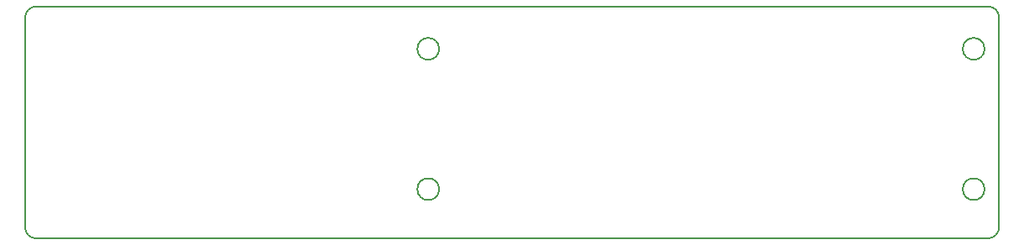
<source format=gbr>
G04 #@! TF.GenerationSoftware,KiCad,Pcbnew,(5.1.6-0-10_14)*
G04 #@! TF.CreationDate,2023-01-09T16:33:12+09:00*
G04 #@! TF.ProjectId,cool644,636f6f6c-3634-4342-9e6b-696361645f70,rev?*
G04 #@! TF.SameCoordinates,Original*
G04 #@! TF.FileFunction,Profile,NP*
%FSLAX46Y46*%
G04 Gerber Fmt 4.6, Leading zero omitted, Abs format (unit mm)*
G04 Created by KiCad (PCBNEW (5.1.6-0-10_14)) date 2023-01-09 16:33:12*
%MOMM*%
%LPD*%
G01*
G04 APERTURE LIST*
G04 #@! TA.AperFunction,Profile*
%ADD10C,0.150000*%
G04 #@! TD*
G04 APERTURE END LIST*
D10*
X198320000Y130340000D02*
G75*
G02*
X197200000Y129220000I-1120000J0D01*
G01*
X100080000Y130340000D02*
X100080000Y151510000D01*
X198320000Y130340000D02*
X198320000Y151510000D01*
X196860000Y134190000D02*
G75*
G03*
X196860000Y134190000I-1100000J0D01*
G01*
X101200000Y129220000D02*
G75*
G02*
X100080000Y130340000I0J1120000D01*
G01*
X196860000Y148350000D02*
G75*
G03*
X196860000Y148350000I-1100000J0D01*
G01*
X101200000Y129220000D02*
X197200000Y129220000D01*
X197200000Y152630000D02*
X101200000Y152630000D01*
X141840000Y148350000D02*
G75*
G03*
X141840000Y148350000I-1100000J0D01*
G01*
X100080000Y151510000D02*
G75*
G02*
X101200000Y152630000I1120000J0D01*
G01*
X197200000Y152630000D02*
G75*
G02*
X198320000Y151510000I0J-1120000D01*
G01*
X141840000Y134190000D02*
G75*
G03*
X141840000Y134190000I-1100000J0D01*
G01*
M02*

</source>
